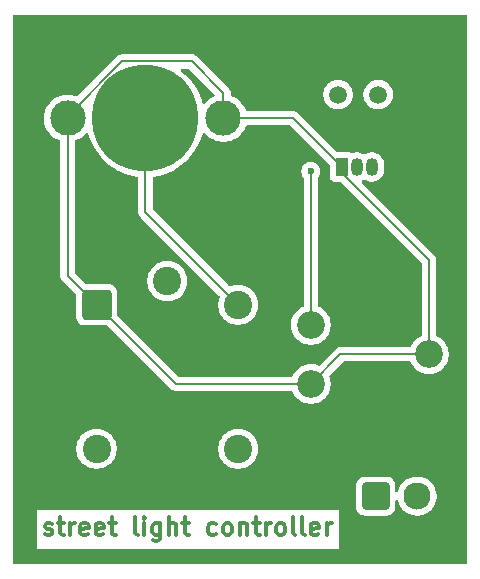
<source format=gbr>
%TF.GenerationSoftware,KiCad,Pcbnew,9.0.3*%
%TF.CreationDate,2025-07-19T00:48:33+05:30*%
%TF.ProjectId,Project_1,50726f6a-6563-4745-9f31-2e6b69636164,rev?*%
%TF.SameCoordinates,Original*%
%TF.FileFunction,Copper,L1,Top*%
%TF.FilePolarity,Positive*%
%FSLAX46Y46*%
G04 Gerber Fmt 4.6, Leading zero omitted, Abs format (unit mm)*
G04 Created by KiCad (PCBNEW 9.0.3) date 2025-07-19 00:48:33*
%MOMM*%
%LPD*%
G01*
G04 APERTURE LIST*
G04 Aperture macros list*
%AMRoundRect*
0 Rectangle with rounded corners*
0 $1 Rounding radius*
0 $2 $3 $4 $5 $6 $7 $8 $9 X,Y pos of 4 corners*
0 Add a 4 corners polygon primitive as box body*
4,1,4,$2,$3,$4,$5,$6,$7,$8,$9,$2,$3,0*
0 Add four circle primitives for the rounded corners*
1,1,$1+$1,$2,$3*
1,1,$1+$1,$4,$5*
1,1,$1+$1,$6,$7*
1,1,$1+$1,$8,$9*
0 Add four rect primitives between the rounded corners*
20,1,$1+$1,$2,$3,$4,$5,0*
20,1,$1+$1,$4,$5,$6,$7,0*
20,1,$1+$1,$6,$7,$8,$9,0*
20,1,$1+$1,$8,$9,$2,$3,0*%
G04 Aperture macros list end*
%ADD10C,0.300000*%
%TA.AperFunction,NonConductor*%
%ADD11C,0.300000*%
%TD*%
%TA.AperFunction,ComponentPad*%
%ADD12C,2.340000*%
%TD*%
%TA.AperFunction,ComponentPad*%
%ADD13C,1.500000*%
%TD*%
%TA.AperFunction,ComponentPad*%
%ADD14R,1.050000X1.500000*%
%TD*%
%TA.AperFunction,ComponentPad*%
%ADD15O,1.050000X1.500000*%
%TD*%
%TA.AperFunction,ComponentPad*%
%ADD16C,2.400000*%
%TD*%
%TA.AperFunction,ComponentPad*%
%ADD17RoundRect,0.250000X-1.000000X-1.000000X1.000000X-1.000000X1.000000X1.000000X-1.000000X1.000000X0*%
%TD*%
%TA.AperFunction,ComponentPad*%
%ADD18RoundRect,0.250001X-0.899999X-0.899999X0.899999X-0.899999X0.899999X0.899999X-0.899999X0.899999X0*%
%TD*%
%TA.AperFunction,ComponentPad*%
%ADD19C,2.300000*%
%TD*%
%TA.AperFunction,ComponentPad*%
%ADD20C,3.000000*%
%TD*%
%TA.AperFunction,SMDPad,CuDef*%
%ADD21C,9.000000*%
%TD*%
%TA.AperFunction,ViaPad*%
%ADD22C,0.600000*%
%TD*%
%TA.AperFunction,Conductor*%
%ADD23C,0.200000*%
%TD*%
G04 APERTURE END LIST*
D10*
D11*
X110983082Y-95229400D02*
X111125939Y-95300828D01*
X111125939Y-95300828D02*
X111411653Y-95300828D01*
X111411653Y-95300828D02*
X111554510Y-95229400D01*
X111554510Y-95229400D02*
X111625939Y-95086542D01*
X111625939Y-95086542D02*
X111625939Y-95015114D01*
X111625939Y-95015114D02*
X111554510Y-94872257D01*
X111554510Y-94872257D02*
X111411653Y-94800828D01*
X111411653Y-94800828D02*
X111197368Y-94800828D01*
X111197368Y-94800828D02*
X111054510Y-94729400D01*
X111054510Y-94729400D02*
X110983082Y-94586542D01*
X110983082Y-94586542D02*
X110983082Y-94515114D01*
X110983082Y-94515114D02*
X111054510Y-94372257D01*
X111054510Y-94372257D02*
X111197368Y-94300828D01*
X111197368Y-94300828D02*
X111411653Y-94300828D01*
X111411653Y-94300828D02*
X111554510Y-94372257D01*
X112054511Y-94300828D02*
X112625939Y-94300828D01*
X112268796Y-93800828D02*
X112268796Y-95086542D01*
X112268796Y-95086542D02*
X112340225Y-95229400D01*
X112340225Y-95229400D02*
X112483082Y-95300828D01*
X112483082Y-95300828D02*
X112625939Y-95300828D01*
X113125939Y-95300828D02*
X113125939Y-94300828D01*
X113125939Y-94586542D02*
X113197368Y-94443685D01*
X113197368Y-94443685D02*
X113268797Y-94372257D01*
X113268797Y-94372257D02*
X113411654Y-94300828D01*
X113411654Y-94300828D02*
X113554511Y-94300828D01*
X114625939Y-95229400D02*
X114483082Y-95300828D01*
X114483082Y-95300828D02*
X114197368Y-95300828D01*
X114197368Y-95300828D02*
X114054510Y-95229400D01*
X114054510Y-95229400D02*
X113983082Y-95086542D01*
X113983082Y-95086542D02*
X113983082Y-94515114D01*
X113983082Y-94515114D02*
X114054510Y-94372257D01*
X114054510Y-94372257D02*
X114197368Y-94300828D01*
X114197368Y-94300828D02*
X114483082Y-94300828D01*
X114483082Y-94300828D02*
X114625939Y-94372257D01*
X114625939Y-94372257D02*
X114697368Y-94515114D01*
X114697368Y-94515114D02*
X114697368Y-94657971D01*
X114697368Y-94657971D02*
X113983082Y-94800828D01*
X115911653Y-95229400D02*
X115768796Y-95300828D01*
X115768796Y-95300828D02*
X115483082Y-95300828D01*
X115483082Y-95300828D02*
X115340224Y-95229400D01*
X115340224Y-95229400D02*
X115268796Y-95086542D01*
X115268796Y-95086542D02*
X115268796Y-94515114D01*
X115268796Y-94515114D02*
X115340224Y-94372257D01*
X115340224Y-94372257D02*
X115483082Y-94300828D01*
X115483082Y-94300828D02*
X115768796Y-94300828D01*
X115768796Y-94300828D02*
X115911653Y-94372257D01*
X115911653Y-94372257D02*
X115983082Y-94515114D01*
X115983082Y-94515114D02*
X115983082Y-94657971D01*
X115983082Y-94657971D02*
X115268796Y-94800828D01*
X116411653Y-94300828D02*
X116983081Y-94300828D01*
X116625938Y-93800828D02*
X116625938Y-95086542D01*
X116625938Y-95086542D02*
X116697367Y-95229400D01*
X116697367Y-95229400D02*
X116840224Y-95300828D01*
X116840224Y-95300828D02*
X116983081Y-95300828D01*
X118840224Y-95300828D02*
X118697367Y-95229400D01*
X118697367Y-95229400D02*
X118625938Y-95086542D01*
X118625938Y-95086542D02*
X118625938Y-93800828D01*
X119411652Y-95300828D02*
X119411652Y-94300828D01*
X119411652Y-93800828D02*
X119340224Y-93872257D01*
X119340224Y-93872257D02*
X119411652Y-93943685D01*
X119411652Y-93943685D02*
X119483081Y-93872257D01*
X119483081Y-93872257D02*
X119411652Y-93800828D01*
X119411652Y-93800828D02*
X119411652Y-93943685D01*
X120768796Y-94300828D02*
X120768796Y-95515114D01*
X120768796Y-95515114D02*
X120697367Y-95657971D01*
X120697367Y-95657971D02*
X120625938Y-95729400D01*
X120625938Y-95729400D02*
X120483081Y-95800828D01*
X120483081Y-95800828D02*
X120268796Y-95800828D01*
X120268796Y-95800828D02*
X120125938Y-95729400D01*
X120768796Y-95229400D02*
X120625938Y-95300828D01*
X120625938Y-95300828D02*
X120340224Y-95300828D01*
X120340224Y-95300828D02*
X120197367Y-95229400D01*
X120197367Y-95229400D02*
X120125938Y-95157971D01*
X120125938Y-95157971D02*
X120054510Y-95015114D01*
X120054510Y-95015114D02*
X120054510Y-94586542D01*
X120054510Y-94586542D02*
X120125938Y-94443685D01*
X120125938Y-94443685D02*
X120197367Y-94372257D01*
X120197367Y-94372257D02*
X120340224Y-94300828D01*
X120340224Y-94300828D02*
X120625938Y-94300828D01*
X120625938Y-94300828D02*
X120768796Y-94372257D01*
X121483081Y-95300828D02*
X121483081Y-93800828D01*
X122125939Y-95300828D02*
X122125939Y-94515114D01*
X122125939Y-94515114D02*
X122054510Y-94372257D01*
X122054510Y-94372257D02*
X121911653Y-94300828D01*
X121911653Y-94300828D02*
X121697367Y-94300828D01*
X121697367Y-94300828D02*
X121554510Y-94372257D01*
X121554510Y-94372257D02*
X121483081Y-94443685D01*
X122625939Y-94300828D02*
X123197367Y-94300828D01*
X122840224Y-93800828D02*
X122840224Y-95086542D01*
X122840224Y-95086542D02*
X122911653Y-95229400D01*
X122911653Y-95229400D02*
X123054510Y-95300828D01*
X123054510Y-95300828D02*
X123197367Y-95300828D01*
X125483082Y-95229400D02*
X125340224Y-95300828D01*
X125340224Y-95300828D02*
X125054510Y-95300828D01*
X125054510Y-95300828D02*
X124911653Y-95229400D01*
X124911653Y-95229400D02*
X124840224Y-95157971D01*
X124840224Y-95157971D02*
X124768796Y-95015114D01*
X124768796Y-95015114D02*
X124768796Y-94586542D01*
X124768796Y-94586542D02*
X124840224Y-94443685D01*
X124840224Y-94443685D02*
X124911653Y-94372257D01*
X124911653Y-94372257D02*
X125054510Y-94300828D01*
X125054510Y-94300828D02*
X125340224Y-94300828D01*
X125340224Y-94300828D02*
X125483082Y-94372257D01*
X126340224Y-95300828D02*
X126197367Y-95229400D01*
X126197367Y-95229400D02*
X126125938Y-95157971D01*
X126125938Y-95157971D02*
X126054510Y-95015114D01*
X126054510Y-95015114D02*
X126054510Y-94586542D01*
X126054510Y-94586542D02*
X126125938Y-94443685D01*
X126125938Y-94443685D02*
X126197367Y-94372257D01*
X126197367Y-94372257D02*
X126340224Y-94300828D01*
X126340224Y-94300828D02*
X126554510Y-94300828D01*
X126554510Y-94300828D02*
X126697367Y-94372257D01*
X126697367Y-94372257D02*
X126768796Y-94443685D01*
X126768796Y-94443685D02*
X126840224Y-94586542D01*
X126840224Y-94586542D02*
X126840224Y-95015114D01*
X126840224Y-95015114D02*
X126768796Y-95157971D01*
X126768796Y-95157971D02*
X126697367Y-95229400D01*
X126697367Y-95229400D02*
X126554510Y-95300828D01*
X126554510Y-95300828D02*
X126340224Y-95300828D01*
X127483081Y-94300828D02*
X127483081Y-95300828D01*
X127483081Y-94443685D02*
X127554510Y-94372257D01*
X127554510Y-94372257D02*
X127697367Y-94300828D01*
X127697367Y-94300828D02*
X127911653Y-94300828D01*
X127911653Y-94300828D02*
X128054510Y-94372257D01*
X128054510Y-94372257D02*
X128125939Y-94515114D01*
X128125939Y-94515114D02*
X128125939Y-95300828D01*
X128625939Y-94300828D02*
X129197367Y-94300828D01*
X128840224Y-93800828D02*
X128840224Y-95086542D01*
X128840224Y-95086542D02*
X128911653Y-95229400D01*
X128911653Y-95229400D02*
X129054510Y-95300828D01*
X129054510Y-95300828D02*
X129197367Y-95300828D01*
X129697367Y-95300828D02*
X129697367Y-94300828D01*
X129697367Y-94586542D02*
X129768796Y-94443685D01*
X129768796Y-94443685D02*
X129840225Y-94372257D01*
X129840225Y-94372257D02*
X129983082Y-94300828D01*
X129983082Y-94300828D02*
X130125939Y-94300828D01*
X130840224Y-95300828D02*
X130697367Y-95229400D01*
X130697367Y-95229400D02*
X130625938Y-95157971D01*
X130625938Y-95157971D02*
X130554510Y-95015114D01*
X130554510Y-95015114D02*
X130554510Y-94586542D01*
X130554510Y-94586542D02*
X130625938Y-94443685D01*
X130625938Y-94443685D02*
X130697367Y-94372257D01*
X130697367Y-94372257D02*
X130840224Y-94300828D01*
X130840224Y-94300828D02*
X131054510Y-94300828D01*
X131054510Y-94300828D02*
X131197367Y-94372257D01*
X131197367Y-94372257D02*
X131268796Y-94443685D01*
X131268796Y-94443685D02*
X131340224Y-94586542D01*
X131340224Y-94586542D02*
X131340224Y-95015114D01*
X131340224Y-95015114D02*
X131268796Y-95157971D01*
X131268796Y-95157971D02*
X131197367Y-95229400D01*
X131197367Y-95229400D02*
X131054510Y-95300828D01*
X131054510Y-95300828D02*
X130840224Y-95300828D01*
X132197367Y-95300828D02*
X132054510Y-95229400D01*
X132054510Y-95229400D02*
X131983081Y-95086542D01*
X131983081Y-95086542D02*
X131983081Y-93800828D01*
X132983081Y-95300828D02*
X132840224Y-95229400D01*
X132840224Y-95229400D02*
X132768795Y-95086542D01*
X132768795Y-95086542D02*
X132768795Y-93800828D01*
X134125938Y-95229400D02*
X133983081Y-95300828D01*
X133983081Y-95300828D02*
X133697367Y-95300828D01*
X133697367Y-95300828D02*
X133554509Y-95229400D01*
X133554509Y-95229400D02*
X133483081Y-95086542D01*
X133483081Y-95086542D02*
X133483081Y-94515114D01*
X133483081Y-94515114D02*
X133554509Y-94372257D01*
X133554509Y-94372257D02*
X133697367Y-94300828D01*
X133697367Y-94300828D02*
X133983081Y-94300828D01*
X133983081Y-94300828D02*
X134125938Y-94372257D01*
X134125938Y-94372257D02*
X134197367Y-94515114D01*
X134197367Y-94515114D02*
X134197367Y-94657971D01*
X134197367Y-94657971D02*
X133483081Y-94800828D01*
X134840223Y-95300828D02*
X134840223Y-94300828D01*
X134840223Y-94586542D02*
X134911652Y-94443685D01*
X134911652Y-94443685D02*
X134983081Y-94372257D01*
X134983081Y-94372257D02*
X135125938Y-94300828D01*
X135125938Y-94300828D02*
X135268795Y-94300828D01*
D12*
%TO.P,RV1,1,1*%
%TO.N,+9V*%
X133500000Y-82495000D03*
%TO.P,RV1,2,2*%
X143500000Y-79995000D03*
%TO.P,RV1,3,3*%
%TO.N,/ldr*%
X133500000Y-77495000D03*
%TD*%
D13*
%TO.P,R1,1*%
%TO.N,/ldr*%
X135800000Y-58000000D03*
%TO.P,R1,2*%
%TO.N,GND*%
X139200000Y-58000000D03*
%TD*%
D14*
%TO.P,Q1,1,C*%
%TO.N,+9V*%
X136130000Y-64130000D03*
D15*
%TO.P,Q1,2,B*%
%TO.N,/ldr*%
X137400000Y-64130000D03*
%TO.P,Q1,3,E*%
%TO.N,GND*%
X138670000Y-64130000D03*
%TD*%
D16*
%TO.P,K1,11*%
%TO.N,Net-(J1-Pin_2)*%
X121355000Y-73790000D03*
%TO.P,K1,12*%
%TO.N,Net-(J1-Pin_1)*%
X127355000Y-87990000D03*
%TO.P,K1,14*%
%TO.N,unconnected-(K1-Pad14)*%
X115355000Y-87990000D03*
D17*
%TO.P,K1,A1*%
%TO.N,+9V*%
X115355000Y-75790000D03*
D16*
%TO.P,K1,A2*%
%TO.N,GND*%
X127355000Y-75790000D03*
%TD*%
D18*
%TO.P,J1,1,Pin_1*%
%TO.N,Net-(J1-Pin_1)*%
X139000000Y-92000000D03*
D19*
%TO.P,J1,2,Pin_2*%
%TO.N,Net-(J1-Pin_2)*%
X142500000Y-92000000D03*
%TD*%
D20*
%TO.P,BT1,1,+*%
%TO.N,+9V*%
X126100000Y-60000000D03*
X112900000Y-60000000D03*
D21*
%TO.P,BT1,2,-*%
%TO.N,GND*%
X119500000Y-60000000D03*
%TD*%
D22*
%TO.N,/ldr*%
X133500000Y-77495000D03*
X133500000Y-64500000D03*
X133500000Y-64500000D03*
X133500000Y-64500000D03*
%TD*%
D23*
%TO.N,/ldr*%
X133500000Y-64500000D02*
X133500000Y-77495000D01*
%TO.N,GND*%
X119500000Y-67935000D02*
X127355000Y-75790000D01*
X119500000Y-60000000D02*
X119500000Y-67935000D01*
%TO.N,+9V*%
X122060000Y-82495000D02*
X115355000Y-75790000D01*
X133500000Y-82495000D02*
X122060000Y-82495000D01*
X136000000Y-79995000D02*
X133500000Y-82495000D01*
X143500000Y-79995000D02*
X136000000Y-79995000D01*
X143500000Y-72000000D02*
X143500000Y-79995000D01*
X136130000Y-64630000D02*
X143500000Y-72000000D01*
X136130000Y-64130000D02*
X136130000Y-64630000D01*
X132000000Y-60000000D02*
X136130000Y-64130000D01*
X126100000Y-60000000D02*
X132000000Y-60000000D01*
X126100000Y-57878680D02*
X126100000Y-60000000D01*
X117511360Y-55199000D02*
X123420320Y-55199000D01*
X123420320Y-55199000D02*
X126100000Y-57878680D01*
X112900000Y-59810360D02*
X117511360Y-55199000D01*
X112900000Y-60000000D02*
X112900000Y-59810360D01*
X112900000Y-73335000D02*
X115355000Y-75790000D01*
X112900000Y-60000000D02*
X112900000Y-73335000D01*
%TD*%
%TA.AperFunction,NonConductor*%
G36*
X146692539Y-51270185D02*
G01*
X146738294Y-51322989D01*
X146749500Y-51374500D01*
X146749500Y-97625500D01*
X146729815Y-97692539D01*
X146677011Y-97738294D01*
X146625500Y-97749500D01*
X108374500Y-97749500D01*
X108307461Y-97729815D01*
X108261706Y-97677011D01*
X108250500Y-97625500D01*
X108250500Y-96458053D01*
X110325857Y-96458053D01*
X135924295Y-96458053D01*
X135924295Y-93145328D01*
X110325857Y-93145328D01*
X110325857Y-96458053D01*
X108250500Y-96458053D01*
X108250500Y-91049984D01*
X137349500Y-91049984D01*
X137349500Y-92950015D01*
X137360000Y-93052795D01*
X137360001Y-93052796D01*
X137415186Y-93219335D01*
X137415187Y-93219337D01*
X137507286Y-93368651D01*
X137507289Y-93368655D01*
X137631344Y-93492710D01*
X137631348Y-93492713D01*
X137780662Y-93584812D01*
X137780664Y-93584813D01*
X137780666Y-93584814D01*
X137947203Y-93639999D01*
X138049992Y-93650500D01*
X138049997Y-93650500D01*
X139950003Y-93650500D01*
X139950008Y-93650500D01*
X140052797Y-93639999D01*
X140219334Y-93584814D01*
X140368655Y-93492711D01*
X140492711Y-93368655D01*
X140584814Y-93219334D01*
X140639999Y-93052797D01*
X140650500Y-92950008D01*
X140650500Y-92431863D01*
X140670185Y-92364824D01*
X140722989Y-92319069D01*
X140792147Y-92309125D01*
X140855703Y-92338150D01*
X140892431Y-92393545D01*
X140930763Y-92511518D01*
X140970421Y-92633572D01*
X141088366Y-92865051D01*
X141241069Y-93075229D01*
X141424771Y-93258931D01*
X141634949Y-93411634D01*
X141782445Y-93486787D01*
X141866423Y-93529577D01*
X141866425Y-93529577D01*
X141866428Y-93529579D01*
X142113507Y-93609860D01*
X142245706Y-93630797D01*
X142370098Y-93650500D01*
X142370103Y-93650500D01*
X142629902Y-93650500D01*
X142743298Y-93632539D01*
X142886493Y-93609860D01*
X143133572Y-93529579D01*
X143365051Y-93411634D01*
X143575229Y-93258931D01*
X143758931Y-93075229D01*
X143911634Y-92865051D01*
X144029579Y-92633572D01*
X144109860Y-92386493D01*
X144132539Y-92243298D01*
X144150500Y-92129902D01*
X144150500Y-91870097D01*
X144120298Y-91679413D01*
X144109860Y-91613507D01*
X144029579Y-91366428D01*
X144029577Y-91366425D01*
X144029577Y-91366423D01*
X143986787Y-91282445D01*
X143911634Y-91134949D01*
X143758931Y-90924771D01*
X143575229Y-90741069D01*
X143365051Y-90588366D01*
X143292764Y-90551534D01*
X143133576Y-90470422D01*
X142886493Y-90390140D01*
X142629902Y-90349500D01*
X142629897Y-90349500D01*
X142370103Y-90349500D01*
X142370098Y-90349500D01*
X142113506Y-90390140D01*
X141866423Y-90470422D01*
X141634945Y-90588368D01*
X141424774Y-90741066D01*
X141424768Y-90741071D01*
X141241071Y-90924768D01*
X141241066Y-90924774D01*
X141088368Y-91134945D01*
X140970422Y-91366423D01*
X140892431Y-91606455D01*
X140852993Y-91664130D01*
X140788634Y-91691328D01*
X140719788Y-91679413D01*
X140668312Y-91632169D01*
X140650500Y-91568136D01*
X140650500Y-91049997D01*
X140650499Y-91049984D01*
X140639999Y-90947204D01*
X140639999Y-90947203D01*
X140584814Y-90780666D01*
X140560391Y-90741071D01*
X140492713Y-90631348D01*
X140492710Y-90631344D01*
X140368655Y-90507289D01*
X140368651Y-90507286D01*
X140219337Y-90415187D01*
X140219335Y-90415186D01*
X140136065Y-90387593D01*
X140052797Y-90360001D01*
X140052795Y-90360000D01*
X139950015Y-90349500D01*
X139950008Y-90349500D01*
X138049992Y-90349500D01*
X138049984Y-90349500D01*
X137947204Y-90360000D01*
X137947203Y-90360001D01*
X137780664Y-90415186D01*
X137780662Y-90415187D01*
X137631348Y-90507286D01*
X137631344Y-90507289D01*
X137507289Y-90631344D01*
X137507286Y-90631348D01*
X137415187Y-90780662D01*
X137415186Y-90780664D01*
X137360001Y-90947203D01*
X137360000Y-90947204D01*
X137349500Y-91049984D01*
X108250500Y-91049984D01*
X108250500Y-87878549D01*
X113654500Y-87878549D01*
X113654500Y-88101450D01*
X113654501Y-88101466D01*
X113683594Y-88322452D01*
X113683595Y-88322457D01*
X113683596Y-88322463D01*
X113683597Y-88322465D01*
X113741290Y-88537780D01*
X113741293Y-88537790D01*
X113826593Y-88743722D01*
X113826595Y-88743726D01*
X113938052Y-88936774D01*
X113938057Y-88936780D01*
X113938058Y-88936782D01*
X114073751Y-89113622D01*
X114073757Y-89113629D01*
X114231370Y-89271242D01*
X114231376Y-89271247D01*
X114408226Y-89406948D01*
X114601274Y-89518405D01*
X114807219Y-89603710D01*
X115022537Y-89661404D01*
X115243543Y-89690500D01*
X115243550Y-89690500D01*
X115466450Y-89690500D01*
X115466457Y-89690500D01*
X115687463Y-89661404D01*
X115902781Y-89603710D01*
X116108726Y-89518405D01*
X116301774Y-89406948D01*
X116478624Y-89271247D01*
X116636247Y-89113624D01*
X116771948Y-88936774D01*
X116883405Y-88743726D01*
X116968710Y-88537781D01*
X117026404Y-88322463D01*
X117055500Y-88101457D01*
X117055500Y-87878549D01*
X125654500Y-87878549D01*
X125654500Y-88101450D01*
X125654501Y-88101466D01*
X125683594Y-88322452D01*
X125683595Y-88322457D01*
X125683596Y-88322463D01*
X125683597Y-88322465D01*
X125741290Y-88537780D01*
X125741293Y-88537790D01*
X125826593Y-88743722D01*
X125826595Y-88743726D01*
X125938052Y-88936774D01*
X125938057Y-88936780D01*
X125938058Y-88936782D01*
X126073751Y-89113622D01*
X126073757Y-89113629D01*
X126231370Y-89271242D01*
X126231376Y-89271247D01*
X126408226Y-89406948D01*
X126601274Y-89518405D01*
X126807219Y-89603710D01*
X127022537Y-89661404D01*
X127243543Y-89690500D01*
X127243550Y-89690500D01*
X127466450Y-89690500D01*
X127466457Y-89690500D01*
X127687463Y-89661404D01*
X127902781Y-89603710D01*
X128108726Y-89518405D01*
X128301774Y-89406948D01*
X128478624Y-89271247D01*
X128636247Y-89113624D01*
X128771948Y-88936774D01*
X128883405Y-88743726D01*
X128968710Y-88537781D01*
X129026404Y-88322463D01*
X129055500Y-88101457D01*
X129055500Y-87878543D01*
X129026404Y-87657537D01*
X128968710Y-87442219D01*
X128883405Y-87236274D01*
X128771948Y-87043226D01*
X128636247Y-86866376D01*
X128636242Y-86866370D01*
X128478629Y-86708757D01*
X128478622Y-86708751D01*
X128301782Y-86573058D01*
X128301780Y-86573057D01*
X128301774Y-86573052D01*
X128108726Y-86461595D01*
X128108722Y-86461593D01*
X127902790Y-86376293D01*
X127902783Y-86376291D01*
X127902781Y-86376290D01*
X127687463Y-86318596D01*
X127687457Y-86318595D01*
X127687452Y-86318594D01*
X127466466Y-86289501D01*
X127466463Y-86289500D01*
X127466457Y-86289500D01*
X127243543Y-86289500D01*
X127243537Y-86289500D01*
X127243533Y-86289501D01*
X127022547Y-86318594D01*
X127022540Y-86318595D01*
X127022537Y-86318596D01*
X126807219Y-86376290D01*
X126807209Y-86376293D01*
X126601277Y-86461593D01*
X126601273Y-86461595D01*
X126408226Y-86573052D01*
X126408217Y-86573058D01*
X126231377Y-86708751D01*
X126231370Y-86708757D01*
X126073757Y-86866370D01*
X126073751Y-86866377D01*
X125938058Y-87043217D01*
X125938052Y-87043226D01*
X125826595Y-87236273D01*
X125826593Y-87236277D01*
X125741293Y-87442209D01*
X125741290Y-87442219D01*
X125683597Y-87657534D01*
X125683594Y-87657547D01*
X125654501Y-87878533D01*
X125654500Y-87878549D01*
X117055500Y-87878549D01*
X117055500Y-87878543D01*
X117026404Y-87657537D01*
X116968710Y-87442219D01*
X116883405Y-87236274D01*
X116771948Y-87043226D01*
X116636247Y-86866376D01*
X116636242Y-86866370D01*
X116478629Y-86708757D01*
X116478622Y-86708751D01*
X116301782Y-86573058D01*
X116301780Y-86573057D01*
X116301774Y-86573052D01*
X116108726Y-86461595D01*
X116108722Y-86461593D01*
X115902790Y-86376293D01*
X115902783Y-86376291D01*
X115902781Y-86376290D01*
X115687463Y-86318596D01*
X115687457Y-86318595D01*
X115687452Y-86318594D01*
X115466466Y-86289501D01*
X115466463Y-86289500D01*
X115466457Y-86289500D01*
X115243543Y-86289500D01*
X115243537Y-86289500D01*
X115243533Y-86289501D01*
X115022547Y-86318594D01*
X115022540Y-86318595D01*
X115022537Y-86318596D01*
X114807219Y-86376290D01*
X114807209Y-86376293D01*
X114601277Y-86461593D01*
X114601273Y-86461595D01*
X114408226Y-86573052D01*
X114408217Y-86573058D01*
X114231377Y-86708751D01*
X114231370Y-86708757D01*
X114073757Y-86866370D01*
X114073751Y-86866377D01*
X113938058Y-87043217D01*
X113938052Y-87043226D01*
X113826595Y-87236273D01*
X113826593Y-87236277D01*
X113741293Y-87442209D01*
X113741290Y-87442219D01*
X113683597Y-87657534D01*
X113683594Y-87657547D01*
X113654501Y-87878533D01*
X113654500Y-87878549D01*
X108250500Y-87878549D01*
X108250500Y-59868872D01*
X110899500Y-59868872D01*
X110899500Y-60131127D01*
X110926123Y-60333339D01*
X110933730Y-60391116D01*
X110999566Y-60636819D01*
X111001602Y-60644418D01*
X111001605Y-60644428D01*
X111101953Y-60886690D01*
X111101958Y-60886700D01*
X111233075Y-61113803D01*
X111392718Y-61321851D01*
X111392726Y-61321860D01*
X111578140Y-61507274D01*
X111578148Y-61507281D01*
X111786196Y-61666924D01*
X112013299Y-61798041D01*
X112013300Y-61798041D01*
X112013303Y-61798043D01*
X112222953Y-61884883D01*
X112277356Y-61928724D01*
X112299421Y-61995018D01*
X112299500Y-61999444D01*
X112299500Y-73248330D01*
X112299499Y-73248348D01*
X112299499Y-73414054D01*
X112299498Y-73414054D01*
X112340423Y-73566785D01*
X112369358Y-73616900D01*
X112369359Y-73616904D01*
X112369360Y-73616904D01*
X112419479Y-73703714D01*
X112419481Y-73703717D01*
X112538349Y-73822585D01*
X112538355Y-73822590D01*
X113568181Y-74852416D01*
X113601666Y-74913739D01*
X113604500Y-74940097D01*
X113604500Y-76840001D01*
X113604501Y-76840018D01*
X113615000Y-76942796D01*
X113615001Y-76942799D01*
X113670185Y-77109331D01*
X113670186Y-77109334D01*
X113762288Y-77258656D01*
X113886344Y-77382712D01*
X114035666Y-77474814D01*
X114202203Y-77529999D01*
X114304991Y-77540500D01*
X116204902Y-77540499D01*
X116271941Y-77560184D01*
X116292583Y-77576818D01*
X121575139Y-82859374D01*
X121575149Y-82859385D01*
X121579479Y-82863715D01*
X121579480Y-82863716D01*
X121691284Y-82975520D01*
X121778095Y-83025639D01*
X121778097Y-83025641D01*
X121816151Y-83047611D01*
X121828215Y-83054577D01*
X121980943Y-83095501D01*
X121980946Y-83095501D01*
X122146653Y-83095501D01*
X122146669Y-83095500D01*
X131857745Y-83095500D01*
X131924784Y-83115185D01*
X131970539Y-83167989D01*
X131972305Y-83172046D01*
X131998556Y-83235419D01*
X131998565Y-83235438D01*
X132108049Y-83425070D01*
X132241355Y-83598798D01*
X132241361Y-83598805D01*
X132396194Y-83753638D01*
X132396201Y-83753644D01*
X132569929Y-83886950D01*
X132759561Y-83996434D01*
X132759563Y-83996434D01*
X132759572Y-83996440D01*
X132961883Y-84080241D01*
X133173402Y-84136917D01*
X133390510Y-84165500D01*
X133390517Y-84165500D01*
X133609483Y-84165500D01*
X133609490Y-84165500D01*
X133826598Y-84136917D01*
X134038117Y-84080241D01*
X134240428Y-83996440D01*
X134430071Y-83886950D01*
X134603800Y-83753643D01*
X134758643Y-83598800D01*
X134891950Y-83425071D01*
X135001440Y-83235428D01*
X135085241Y-83033117D01*
X135141917Y-82821598D01*
X135170500Y-82604490D01*
X135170500Y-82385510D01*
X135141917Y-82168402D01*
X135085241Y-81956883D01*
X135058986Y-81893500D01*
X135051517Y-81824033D01*
X135082791Y-81761553D01*
X135085836Y-81758397D01*
X136212416Y-80631819D01*
X136273739Y-80598334D01*
X136300097Y-80595500D01*
X141857745Y-80595500D01*
X141924784Y-80615185D01*
X141970539Y-80667989D01*
X141972305Y-80672046D01*
X141998556Y-80735419D01*
X141998565Y-80735438D01*
X142108049Y-80925070D01*
X142241355Y-81098798D01*
X142241361Y-81098805D01*
X142396194Y-81253638D01*
X142396201Y-81253644D01*
X142569929Y-81386950D01*
X142759561Y-81496434D01*
X142759563Y-81496434D01*
X142759572Y-81496440D01*
X142961883Y-81580241D01*
X143173402Y-81636917D01*
X143390510Y-81665500D01*
X143390517Y-81665500D01*
X143609483Y-81665500D01*
X143609490Y-81665500D01*
X143826598Y-81636917D01*
X144038117Y-81580241D01*
X144240428Y-81496440D01*
X144430071Y-81386950D01*
X144603800Y-81253643D01*
X144758643Y-81098800D01*
X144891950Y-80925071D01*
X145001440Y-80735428D01*
X145085241Y-80533117D01*
X145141917Y-80321598D01*
X145170500Y-80104490D01*
X145170500Y-79885510D01*
X145141917Y-79668402D01*
X145085241Y-79456883D01*
X145001440Y-79254572D01*
X144950014Y-79165500D01*
X144891950Y-79064929D01*
X144758644Y-78891201D01*
X144758638Y-78891194D01*
X144603805Y-78736361D01*
X144603798Y-78736355D01*
X144430070Y-78603049D01*
X144240438Y-78493565D01*
X144240430Y-78493561D01*
X144240428Y-78493560D01*
X144240423Y-78493558D01*
X144240419Y-78493556D01*
X144177046Y-78467305D01*
X144122643Y-78423464D01*
X144100579Y-78357169D01*
X144100500Y-78352745D01*
X144100500Y-72089059D01*
X144100501Y-72089046D01*
X144100501Y-71920945D01*
X144100501Y-71920943D01*
X144059577Y-71768215D01*
X144030639Y-71718095D01*
X143980520Y-71631284D01*
X143868716Y-71519480D01*
X143868715Y-71519479D01*
X143864385Y-71515149D01*
X143864374Y-71515139D01*
X137824127Y-65474892D01*
X137790642Y-65413569D01*
X137795626Y-65343877D01*
X137837498Y-65287944D01*
X137847948Y-65280920D01*
X137855843Y-65276176D01*
X137885756Y-65263786D01*
X137968587Y-65208439D01*
X137971140Y-65206906D01*
X138002167Y-65198804D01*
X138032786Y-65189217D01*
X138035760Y-65190032D01*
X138038743Y-65189254D01*
X138069226Y-65199213D01*
X138100166Y-65207701D01*
X138103865Y-65210078D01*
X138184244Y-65263786D01*
X138370873Y-65341091D01*
X138536777Y-65374091D01*
X138568992Y-65380499D01*
X138568996Y-65380500D01*
X138568997Y-65380500D01*
X138771004Y-65380500D01*
X138771005Y-65380499D01*
X138969127Y-65341091D01*
X139155756Y-65263786D01*
X139323718Y-65151558D01*
X139466558Y-65008718D01*
X139548141Y-64886619D01*
X139578782Y-64840762D01*
X139578782Y-64840761D01*
X139578786Y-64840756D01*
X139656091Y-64654127D01*
X139695500Y-64456003D01*
X139695500Y-63803997D01*
X139656091Y-63605873D01*
X139578786Y-63419244D01*
X139578784Y-63419241D01*
X139578782Y-63419237D01*
X139466558Y-63251281D01*
X139323718Y-63108441D01*
X139155762Y-62996217D01*
X139155752Y-62996212D01*
X138969127Y-62918909D01*
X138969119Y-62918907D01*
X138771007Y-62879500D01*
X138771003Y-62879500D01*
X138568997Y-62879500D01*
X138568992Y-62879500D01*
X138370880Y-62918907D01*
X138370872Y-62918909D01*
X138184244Y-62996213D01*
X138116906Y-63041207D01*
X138108218Y-63047013D01*
X138103891Y-63049904D01*
X138037213Y-63070782D01*
X137969833Y-63052297D01*
X137966109Y-63049904D01*
X137961782Y-63047013D01*
X137936531Y-63030141D01*
X137885755Y-62996213D01*
X137699127Y-62918909D01*
X137699119Y-62918907D01*
X137501007Y-62879500D01*
X137501003Y-62879500D01*
X137298997Y-62879500D01*
X137298992Y-62879500D01*
X137100880Y-62918907D01*
X137100868Y-62918910D01*
X137020198Y-62952325D01*
X136950729Y-62959794D01*
X136905342Y-62940036D01*
X136905114Y-62940454D01*
X136900447Y-62937905D01*
X136898432Y-62937028D01*
X136897331Y-62936204D01*
X136897330Y-62936203D01*
X136897328Y-62936202D01*
X136762482Y-62885908D01*
X136762483Y-62885908D01*
X136702883Y-62879501D01*
X136702881Y-62879500D01*
X136702873Y-62879500D01*
X136702865Y-62879500D01*
X135780097Y-62879500D01*
X135713058Y-62859815D01*
X135692416Y-62843181D01*
X132487590Y-59638355D01*
X132487588Y-59638352D01*
X132368717Y-59519481D01*
X132368716Y-59519480D01*
X132281904Y-59469360D01*
X132281904Y-59469359D01*
X132281900Y-59469358D01*
X132231785Y-59440423D01*
X132079057Y-59399499D01*
X131920943Y-59399499D01*
X131913347Y-59399499D01*
X131913331Y-59399500D01*
X128099444Y-59399500D01*
X128032405Y-59379815D01*
X127986650Y-59327011D01*
X127984883Y-59322953D01*
X127898045Y-59113309D01*
X127898041Y-59113299D01*
X127766924Y-58886196D01*
X127607281Y-58678148D01*
X127607274Y-58678140D01*
X127421860Y-58492726D01*
X127421851Y-58492718D01*
X127213803Y-58333075D01*
X126986700Y-58201958D01*
X126986690Y-58201954D01*
X126777047Y-58115117D01*
X126761481Y-58102573D01*
X126743297Y-58094269D01*
X126734832Y-58081098D01*
X126722644Y-58071276D01*
X126716331Y-58052308D01*
X126705523Y-58035491D01*
X126701560Y-58007930D01*
X126700579Y-58004982D01*
X126700500Y-58000556D01*
X126700500Y-57967740D01*
X126700501Y-57967727D01*
X126700501Y-57901577D01*
X134549500Y-57901577D01*
X134549500Y-58098422D01*
X134580290Y-58292826D01*
X134641117Y-58480029D01*
X134730476Y-58655405D01*
X134846172Y-58814646D01*
X134985354Y-58953828D01*
X135144595Y-59069524D01*
X135227455Y-59111743D01*
X135319970Y-59158882D01*
X135319972Y-59158882D01*
X135319975Y-59158884D01*
X135420317Y-59191487D01*
X135507173Y-59219709D01*
X135701578Y-59250500D01*
X135701583Y-59250500D01*
X135898422Y-59250500D01*
X136092826Y-59219709D01*
X136280025Y-59158884D01*
X136455405Y-59069524D01*
X136614646Y-58953828D01*
X136753828Y-58814646D01*
X136869524Y-58655405D01*
X136958884Y-58480025D01*
X137019709Y-58292826D01*
X137034101Y-58201957D01*
X137050500Y-58098422D01*
X137050500Y-57901577D01*
X137949500Y-57901577D01*
X137949500Y-58098422D01*
X137980290Y-58292826D01*
X138041117Y-58480029D01*
X138130476Y-58655405D01*
X138246172Y-58814646D01*
X138385354Y-58953828D01*
X138544595Y-59069524D01*
X138627455Y-59111743D01*
X138719970Y-59158882D01*
X138719972Y-59158882D01*
X138719975Y-59158884D01*
X138820317Y-59191487D01*
X138907173Y-59219709D01*
X139101578Y-59250500D01*
X139101583Y-59250500D01*
X139298422Y-59250500D01*
X139492826Y-59219709D01*
X139680025Y-59158884D01*
X139855405Y-59069524D01*
X140014646Y-58953828D01*
X140153828Y-58814646D01*
X140269524Y-58655405D01*
X140358884Y-58480025D01*
X140419709Y-58292826D01*
X140434101Y-58201957D01*
X140450500Y-58098422D01*
X140450500Y-57901577D01*
X140419709Y-57707173D01*
X140358882Y-57519970D01*
X140269523Y-57344594D01*
X140153828Y-57185354D01*
X140014646Y-57046172D01*
X139855405Y-56930476D01*
X139680029Y-56841117D01*
X139492826Y-56780290D01*
X139298422Y-56749500D01*
X139298417Y-56749500D01*
X139101583Y-56749500D01*
X139101578Y-56749500D01*
X138907173Y-56780290D01*
X138719970Y-56841117D01*
X138544594Y-56930476D01*
X138453741Y-56996485D01*
X138385354Y-57046172D01*
X138385352Y-57046174D01*
X138385351Y-57046174D01*
X138246174Y-57185351D01*
X138246174Y-57185352D01*
X138246172Y-57185354D01*
X138196485Y-57253741D01*
X138130476Y-57344594D01*
X138041117Y-57519970D01*
X137980290Y-57707173D01*
X137949500Y-57901577D01*
X137050500Y-57901577D01*
X137019709Y-57707173D01*
X136958882Y-57519970D01*
X136869523Y-57344594D01*
X136753828Y-57185354D01*
X136614646Y-57046172D01*
X136455405Y-56930476D01*
X136280029Y-56841117D01*
X136092826Y-56780290D01*
X135898422Y-56749500D01*
X135898417Y-56749500D01*
X135701583Y-56749500D01*
X135701578Y-56749500D01*
X135507173Y-56780290D01*
X135319970Y-56841117D01*
X135144594Y-56930476D01*
X135053741Y-56996485D01*
X134985354Y-57046172D01*
X134985352Y-57046174D01*
X134985351Y-57046174D01*
X134846174Y-57185351D01*
X134846174Y-57185352D01*
X134846172Y-57185354D01*
X134796485Y-57253741D01*
X134730476Y-57344594D01*
X134641117Y-57519970D01*
X134580290Y-57707173D01*
X134549500Y-57901577D01*
X126700501Y-57901577D01*
X126700501Y-57799625D01*
X126700501Y-57799623D01*
X126659577Y-57646895D01*
X126580520Y-57509964D01*
X123907909Y-54837354D01*
X123907908Y-54837352D01*
X123789037Y-54718481D01*
X123789036Y-54718480D01*
X123702224Y-54668360D01*
X123702224Y-54668359D01*
X123702220Y-54668358D01*
X123652105Y-54639423D01*
X123499377Y-54598499D01*
X123341263Y-54598499D01*
X123333667Y-54598499D01*
X123333651Y-54598500D01*
X117598029Y-54598500D01*
X117598013Y-54598499D01*
X117590417Y-54598499D01*
X117432303Y-54598499D01*
X117324947Y-54627265D01*
X117279570Y-54639424D01*
X117279569Y-54639425D01*
X117229456Y-54668359D01*
X117229455Y-54668360D01*
X117186049Y-54693420D01*
X117142645Y-54718479D01*
X117142642Y-54718481D01*
X117030838Y-54830286D01*
X113755106Y-58106017D01*
X113693783Y-58139502D01*
X113624091Y-58134518D01*
X113619972Y-58132897D01*
X113544428Y-58101605D01*
X113544421Y-58101603D01*
X113544419Y-58101602D01*
X113291116Y-58033730D01*
X113233339Y-58026123D01*
X113031127Y-57999500D01*
X113031120Y-57999500D01*
X112768880Y-57999500D01*
X112768872Y-57999500D01*
X112537772Y-58029926D01*
X112508884Y-58033730D01*
X112319153Y-58084568D01*
X112255581Y-58101602D01*
X112255571Y-58101605D01*
X112013309Y-58201953D01*
X112013299Y-58201958D01*
X111786196Y-58333075D01*
X111578148Y-58492718D01*
X111392718Y-58678148D01*
X111233075Y-58886196D01*
X111101958Y-59113299D01*
X111101953Y-59113309D01*
X111001605Y-59355571D01*
X111001602Y-59355581D01*
X110957686Y-59519481D01*
X110933730Y-59608885D01*
X110899500Y-59868872D01*
X108250500Y-59868872D01*
X108250500Y-51374500D01*
X108270185Y-51307461D01*
X108322989Y-51261706D01*
X108374500Y-51250500D01*
X146625500Y-51250500D01*
X146692539Y-51270185D01*
G37*
%TD.AperFunction*%
%TA.AperFunction,NonConductor*%
G36*
X123187262Y-55819185D02*
G01*
X123207904Y-55835819D01*
X125337159Y-57965074D01*
X125370644Y-58026397D01*
X125365660Y-58096089D01*
X125323788Y-58152022D01*
X125296932Y-58167316D01*
X125213304Y-58201956D01*
X125213299Y-58201958D01*
X124986196Y-58333075D01*
X124778148Y-58492718D01*
X124592726Y-58678140D01*
X124592724Y-58678141D01*
X124545663Y-58739472D01*
X124489235Y-58780674D01*
X124419489Y-58784828D01*
X124358569Y-58750615D01*
X124327513Y-58696077D01*
X124322709Y-58678149D01*
X124273605Y-58494888D01*
X124124261Y-58084568D01*
X124097135Y-58026397D01*
X123939727Y-57688835D01*
X123939719Y-57688819D01*
X123740981Y-57344595D01*
X123721397Y-57310674D01*
X123721389Y-57310663D01*
X123721385Y-57310656D01*
X123470942Y-56952986D01*
X123190265Y-56618490D01*
X122881509Y-56309734D01*
X122547013Y-56029057D01*
X122541323Y-56025073D01*
X122497700Y-55970495D01*
X122490508Y-55900997D01*
X122522032Y-55838643D01*
X122582262Y-55803230D01*
X122612449Y-55799500D01*
X123120223Y-55799500D01*
X123187262Y-55819185D01*
G37*
%TD.AperFunction*%
%TA.AperFunction,NonConductor*%
G36*
X131766942Y-60620185D02*
G01*
X131787584Y-60636819D01*
X135068181Y-63917416D01*
X135101666Y-63978739D01*
X135104500Y-64005097D01*
X135104500Y-64927870D01*
X135104501Y-64927876D01*
X135110908Y-64987483D01*
X135161202Y-65122328D01*
X135161206Y-65122335D01*
X135247452Y-65237544D01*
X135247455Y-65237547D01*
X135362664Y-65323793D01*
X135362671Y-65323797D01*
X135407618Y-65340561D01*
X135497517Y-65374091D01*
X135557127Y-65380500D01*
X135979902Y-65380499D01*
X136046941Y-65400183D01*
X136067583Y-65416818D01*
X142863181Y-72212416D01*
X142896666Y-72273739D01*
X142899500Y-72300097D01*
X142899500Y-78352745D01*
X142879815Y-78419784D01*
X142827011Y-78465539D01*
X142822954Y-78467305D01*
X142759580Y-78493556D01*
X142759561Y-78493565D01*
X142569929Y-78603049D01*
X142396201Y-78736355D01*
X142396194Y-78736361D01*
X142241361Y-78891194D01*
X142241355Y-78891201D01*
X142108049Y-79064929D01*
X141998565Y-79254561D01*
X141998556Y-79254580D01*
X141972305Y-79317954D01*
X141928464Y-79372357D01*
X141862169Y-79394421D01*
X141857745Y-79394500D01*
X136086669Y-79394500D01*
X136086653Y-79394499D01*
X136079057Y-79394499D01*
X135920943Y-79394499D01*
X135841010Y-79415917D01*
X135768216Y-79435422D01*
X135731044Y-79456884D01*
X135731043Y-79456883D01*
X135631287Y-79514477D01*
X135631282Y-79514481D01*
X135519478Y-79626286D01*
X134236631Y-80909132D01*
X134175308Y-80942617D01*
X134105616Y-80937633D01*
X134101497Y-80936012D01*
X134038126Y-80909762D01*
X134038119Y-80909760D01*
X134038117Y-80909759D01*
X133826598Y-80853083D01*
X133790314Y-80848306D01*
X133609497Y-80824500D01*
X133609490Y-80824500D01*
X133390510Y-80824500D01*
X133390502Y-80824500D01*
X133183853Y-80851707D01*
X133173402Y-80853083D01*
X133128699Y-80865060D01*
X132961884Y-80909758D01*
X132843374Y-80958847D01*
X132759572Y-80993560D01*
X132759569Y-80993561D01*
X132759561Y-80993565D01*
X132569929Y-81103049D01*
X132396201Y-81236355D01*
X132396194Y-81236361D01*
X132241361Y-81391194D01*
X132241355Y-81391201D01*
X132108049Y-81564929D01*
X131998565Y-81754561D01*
X131998556Y-81754580D01*
X131972305Y-81817954D01*
X131928464Y-81872357D01*
X131862169Y-81894421D01*
X131857745Y-81894500D01*
X122360097Y-81894500D01*
X122293058Y-81874815D01*
X122272416Y-81858181D01*
X117141818Y-76727583D01*
X117108333Y-76666260D01*
X117105499Y-76639902D01*
X117105499Y-74739998D01*
X117105498Y-74739981D01*
X117094999Y-74637203D01*
X117094998Y-74637200D01*
X117039814Y-74470666D01*
X116947712Y-74321344D01*
X116823656Y-74197288D01*
X116674334Y-74105186D01*
X116507797Y-74050001D01*
X116507795Y-74050000D01*
X116405016Y-74039500D01*
X116405009Y-74039500D01*
X114505097Y-74039500D01*
X114438058Y-74019815D01*
X114417416Y-74003181D01*
X114092784Y-73678549D01*
X119654500Y-73678549D01*
X119654500Y-73901450D01*
X119654501Y-73901466D01*
X119683594Y-74122452D01*
X119683595Y-74122457D01*
X119683596Y-74122463D01*
X119715025Y-74239757D01*
X119741290Y-74337780D01*
X119741293Y-74337790D01*
X119812110Y-74508757D01*
X119826595Y-74543726D01*
X119938052Y-74736774D01*
X119938057Y-74736780D01*
X119938058Y-74736782D01*
X120073751Y-74913622D01*
X120073757Y-74913629D01*
X120231370Y-75071242D01*
X120231376Y-75071247D01*
X120408226Y-75206948D01*
X120601274Y-75318405D01*
X120807219Y-75403710D01*
X121022537Y-75461404D01*
X121243543Y-75490500D01*
X121243550Y-75490500D01*
X121466450Y-75490500D01*
X121466457Y-75490500D01*
X121687463Y-75461404D01*
X121902781Y-75403710D01*
X122108726Y-75318405D01*
X122301774Y-75206948D01*
X122478624Y-75071247D01*
X122636247Y-74913624D01*
X122771948Y-74736774D01*
X122883405Y-74543726D01*
X122968710Y-74337781D01*
X123026404Y-74122463D01*
X123055500Y-73901457D01*
X123055500Y-73678543D01*
X123026404Y-73457537D01*
X122968710Y-73242219D01*
X122883405Y-73036274D01*
X122771948Y-72843226D01*
X122636247Y-72666376D01*
X122636242Y-72666370D01*
X122478629Y-72508757D01*
X122478622Y-72508751D01*
X122301782Y-72373058D01*
X122301780Y-72373057D01*
X122301774Y-72373052D01*
X122108726Y-72261595D01*
X122108722Y-72261593D01*
X121902790Y-72176293D01*
X121902783Y-72176291D01*
X121902781Y-72176290D01*
X121687463Y-72118596D01*
X121687457Y-72118595D01*
X121687452Y-72118594D01*
X121466466Y-72089501D01*
X121466463Y-72089500D01*
X121466457Y-72089500D01*
X121243543Y-72089500D01*
X121243537Y-72089500D01*
X121243533Y-72089501D01*
X121022547Y-72118594D01*
X121022540Y-72118595D01*
X121022537Y-72118596D01*
X120807219Y-72176290D01*
X120807209Y-72176293D01*
X120601277Y-72261593D01*
X120601273Y-72261595D01*
X120408226Y-72373052D01*
X120408217Y-72373058D01*
X120231377Y-72508751D01*
X120231370Y-72508757D01*
X120073757Y-72666370D01*
X120073751Y-72666377D01*
X119938058Y-72843217D01*
X119938052Y-72843226D01*
X119826595Y-73036273D01*
X119826593Y-73036277D01*
X119741293Y-73242209D01*
X119741290Y-73242219D01*
X119695247Y-73414057D01*
X119683597Y-73457534D01*
X119683594Y-73457547D01*
X119654501Y-73678533D01*
X119654500Y-73678549D01*
X114092784Y-73678549D01*
X113536819Y-73122584D01*
X113503334Y-73061261D01*
X113500500Y-73034903D01*
X113500500Y-61999444D01*
X113520185Y-61932405D01*
X113572989Y-61886650D01*
X113577047Y-61884883D01*
X113786697Y-61798043D01*
X114013803Y-61666924D01*
X114221851Y-61507282D01*
X114221855Y-61507277D01*
X114221860Y-61507274D01*
X114407274Y-61321860D01*
X114407279Y-61321854D01*
X114407282Y-61321851D01*
X114454338Y-61260526D01*
X114510762Y-61219326D01*
X114580508Y-61215171D01*
X114641429Y-61249383D01*
X114672486Y-61303922D01*
X114726392Y-61505105D01*
X114819640Y-61761301D01*
X114873822Y-61910166D01*
X114875740Y-61915434D01*
X114875746Y-61915449D01*
X115060272Y-62311164D01*
X115060277Y-62311174D01*
X115278603Y-62689326D01*
X115278607Y-62689332D01*
X115278614Y-62689343D01*
X115529057Y-63047013D01*
X115700459Y-63251281D01*
X115809732Y-63381507D01*
X116118493Y-63690268D01*
X116238066Y-63790602D01*
X116452986Y-63970942D01*
X116810656Y-64221385D01*
X116810663Y-64221389D01*
X116810674Y-64221397D01*
X117188826Y-64439723D01*
X117223741Y-64456004D01*
X117584550Y-64624253D01*
X117584555Y-64624255D01*
X117584568Y-64624261D01*
X117994888Y-64773605D01*
X117994889Y-64773605D01*
X117994894Y-64773607D01*
X118127398Y-64809110D01*
X118416663Y-64886619D01*
X118797033Y-64953688D01*
X118859635Y-64984715D01*
X118895526Y-65044662D01*
X118899500Y-65075804D01*
X118899500Y-67848330D01*
X118899499Y-67848348D01*
X118899499Y-68014054D01*
X118899498Y-68014054D01*
X118940423Y-68166785D01*
X118969358Y-68216900D01*
X118969359Y-68216904D01*
X118969360Y-68216904D01*
X119019479Y-68303714D01*
X119019481Y-68303717D01*
X119138349Y-68422585D01*
X119138355Y-68422590D01*
X125746170Y-75030406D01*
X125779655Y-75091729D01*
X125774671Y-75161421D01*
X125773051Y-75165538D01*
X125741293Y-75242210D01*
X125741290Y-75242219D01*
X125683597Y-75457534D01*
X125683594Y-75457547D01*
X125654501Y-75678533D01*
X125654500Y-75678549D01*
X125654500Y-75901450D01*
X125654501Y-75901466D01*
X125683594Y-76122452D01*
X125683595Y-76122457D01*
X125683596Y-76122463D01*
X125683597Y-76122465D01*
X125741290Y-76337780D01*
X125741293Y-76337790D01*
X125763417Y-76391201D01*
X125826595Y-76543726D01*
X125938052Y-76736774D01*
X125938057Y-76736780D01*
X125938058Y-76736782D01*
X126073751Y-76913622D01*
X126073757Y-76913629D01*
X126231370Y-77071242D01*
X126231376Y-77071247D01*
X126408226Y-77206948D01*
X126601274Y-77318405D01*
X126807219Y-77403710D01*
X127022537Y-77461404D01*
X127243543Y-77490500D01*
X127243550Y-77490500D01*
X127466450Y-77490500D01*
X127466457Y-77490500D01*
X127687463Y-77461404D01*
X127902781Y-77403710D01*
X127946739Y-77385502D01*
X131829500Y-77385502D01*
X131829500Y-77604497D01*
X131853306Y-77785314D01*
X131858083Y-77821598D01*
X131914759Y-78033117D01*
X131998560Y-78235428D01*
X131998562Y-78235433D01*
X131998565Y-78235438D01*
X132108049Y-78425070D01*
X132241355Y-78598798D01*
X132241361Y-78598805D01*
X132396194Y-78753638D01*
X132396201Y-78753644D01*
X132569929Y-78886950D01*
X132759561Y-78996434D01*
X132759563Y-78996434D01*
X132759572Y-78996440D01*
X132961883Y-79080241D01*
X133173402Y-79136917D01*
X133390510Y-79165500D01*
X133390517Y-79165500D01*
X133609483Y-79165500D01*
X133609490Y-79165500D01*
X133826598Y-79136917D01*
X134038117Y-79080241D01*
X134240428Y-78996440D01*
X134430071Y-78886950D01*
X134603800Y-78753643D01*
X134758643Y-78598800D01*
X134891950Y-78425071D01*
X135001440Y-78235428D01*
X135085241Y-78033117D01*
X135141917Y-77821598D01*
X135170500Y-77604490D01*
X135170500Y-77385510D01*
X135141917Y-77168402D01*
X135085241Y-76956883D01*
X135001440Y-76754572D01*
X134991164Y-76736774D01*
X134891950Y-76564929D01*
X134758644Y-76391201D01*
X134758638Y-76391194D01*
X134603805Y-76236361D01*
X134603798Y-76236355D01*
X134430070Y-76103049D01*
X134240438Y-75993565D01*
X134240430Y-75993561D01*
X134240428Y-75993560D01*
X134240423Y-75993558D01*
X134240419Y-75993556D01*
X134177046Y-75967305D01*
X134122643Y-75923464D01*
X134100579Y-75857169D01*
X134100500Y-75852745D01*
X134100500Y-65079765D01*
X134120185Y-65012726D01*
X134121398Y-65010874D01*
X134209390Y-64879185D01*
X134209390Y-64879184D01*
X134209394Y-64879179D01*
X134269737Y-64733497D01*
X134300500Y-64578842D01*
X134300500Y-64421158D01*
X134300500Y-64421155D01*
X134300499Y-64421153D01*
X134269738Y-64266510D01*
X134269737Y-64266503D01*
X134251049Y-64221385D01*
X134209397Y-64120827D01*
X134209390Y-64120814D01*
X134121789Y-63989711D01*
X134121786Y-63989707D01*
X134010292Y-63878213D01*
X134010288Y-63878210D01*
X133879185Y-63790609D01*
X133879172Y-63790602D01*
X133733501Y-63730264D01*
X133733489Y-63730261D01*
X133578845Y-63699500D01*
X133578842Y-63699500D01*
X133421158Y-63699500D01*
X133421155Y-63699500D01*
X133266510Y-63730261D01*
X133266498Y-63730264D01*
X133120827Y-63790602D01*
X133120814Y-63790609D01*
X132989711Y-63878210D01*
X132989707Y-63878213D01*
X132878213Y-63989707D01*
X132878210Y-63989711D01*
X132790609Y-64120814D01*
X132790602Y-64120827D01*
X132730264Y-64266498D01*
X132730261Y-64266510D01*
X132699500Y-64421153D01*
X132699500Y-64578846D01*
X132730261Y-64733489D01*
X132730264Y-64733501D01*
X132790602Y-64879172D01*
X132790609Y-64879185D01*
X132878602Y-65010874D01*
X132899480Y-65077551D01*
X132899500Y-65079765D01*
X132899500Y-75852745D01*
X132879815Y-75919784D01*
X132827011Y-75965539D01*
X132822954Y-75967305D01*
X132759580Y-75993556D01*
X132759561Y-75993565D01*
X132569929Y-76103049D01*
X132396201Y-76236355D01*
X132396194Y-76236361D01*
X132241361Y-76391194D01*
X132241355Y-76391201D01*
X132108049Y-76564929D01*
X131998565Y-76754561D01*
X131998560Y-76754573D01*
X131914758Y-76956884D01*
X131858084Y-77168399D01*
X131858082Y-77168410D01*
X131829500Y-77385502D01*
X127946739Y-77385502D01*
X128108726Y-77318405D01*
X128301774Y-77206948D01*
X128478624Y-77071247D01*
X128636247Y-76913624D01*
X128771948Y-76736774D01*
X128883405Y-76543726D01*
X128968710Y-76337781D01*
X129026404Y-76122463D01*
X129055500Y-75901457D01*
X129055500Y-75678543D01*
X129026404Y-75457537D01*
X128968710Y-75242219D01*
X128883405Y-75036274D01*
X128771948Y-74843226D01*
X128636247Y-74666376D01*
X128636242Y-74666370D01*
X128478629Y-74508757D01*
X128478622Y-74508751D01*
X128301782Y-74373058D01*
X128301780Y-74373057D01*
X128301774Y-74373052D01*
X128108726Y-74261595D01*
X128108722Y-74261593D01*
X127902790Y-74176293D01*
X127902783Y-74176291D01*
X127902781Y-74176290D01*
X127687463Y-74118596D01*
X127687457Y-74118595D01*
X127687452Y-74118594D01*
X127466466Y-74089501D01*
X127466463Y-74089500D01*
X127466457Y-74089500D01*
X127243543Y-74089500D01*
X127243537Y-74089500D01*
X127243533Y-74089501D01*
X127022547Y-74118594D01*
X127022540Y-74118595D01*
X127022537Y-74118596D01*
X127008098Y-74122465D01*
X126807219Y-74176290D01*
X126807210Y-74176293D01*
X126730538Y-74208051D01*
X126661069Y-74215519D01*
X126598590Y-74184243D01*
X126595406Y-74181170D01*
X120136819Y-67722583D01*
X120103334Y-67661260D01*
X120100500Y-67634902D01*
X120100500Y-65075804D01*
X120120185Y-65008765D01*
X120172989Y-64963010D01*
X120202965Y-64953688D01*
X120583337Y-64886619D01*
X121005112Y-64773605D01*
X121415432Y-64624261D01*
X121811174Y-64439723D01*
X122189326Y-64221397D01*
X122547012Y-63970943D01*
X122881507Y-63690268D01*
X123190268Y-63381507D01*
X123470943Y-63047012D01*
X123721397Y-62689326D01*
X123939723Y-62311174D01*
X124124261Y-61915432D01*
X124273605Y-61505112D01*
X124327514Y-61303920D01*
X124363878Y-61244261D01*
X124426724Y-61213732D01*
X124496100Y-61222026D01*
X124545661Y-61260525D01*
X124592718Y-61321851D01*
X124592721Y-61321854D01*
X124592726Y-61321860D01*
X124778140Y-61507274D01*
X124778148Y-61507281D01*
X124986196Y-61666924D01*
X125213299Y-61798041D01*
X125213309Y-61798046D01*
X125455571Y-61898394D01*
X125455581Y-61898398D01*
X125708884Y-61966270D01*
X125968880Y-62000500D01*
X125968887Y-62000500D01*
X126231113Y-62000500D01*
X126231120Y-62000500D01*
X126491116Y-61966270D01*
X126744419Y-61898398D01*
X126986697Y-61798043D01*
X127213803Y-61666924D01*
X127421851Y-61507282D01*
X127421855Y-61507277D01*
X127421860Y-61507274D01*
X127607274Y-61321860D01*
X127607279Y-61321854D01*
X127607282Y-61321851D01*
X127766924Y-61113803D01*
X127898043Y-60886697D01*
X127984883Y-60677046D01*
X128028724Y-60622644D01*
X128095018Y-60600579D01*
X128099444Y-60600500D01*
X131699903Y-60600500D01*
X131766942Y-60620185D01*
G37*
%TD.AperFunction*%
M02*

</source>
